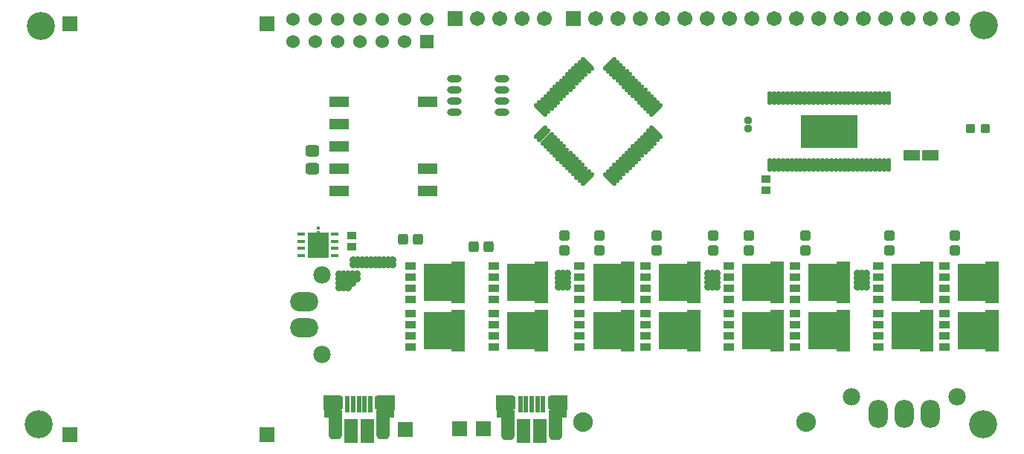
<source format=gts>
G04*
G04 #@! TF.GenerationSoftware,Altium Limited,Altium Designer,20.0.11 (256)*
G04*
G04 Layer_Color=8388736*
%FSLAX25Y25*%
%MOIN*%
G70*
G01*
G75*
%ADD34R,0.03543X0.01181*%
G04:AMPARAMS|DCode=45|XSize=51.31mil|YSize=63.12mil|CornerRadius=14.83mil|HoleSize=0mil|Usage=FLASHONLY|Rotation=90.000|XOffset=0mil|YOffset=0mil|HoleType=Round|Shape=RoundedRectangle|*
%AMROUNDEDRECTD45*
21,1,0.05131,0.03347,0,0,90.0*
21,1,0.02165,0.06312,0,0,90.0*
1,1,0.02965,0.01673,0.01083*
1,1,0.02965,0.01673,-0.01083*
1,1,0.02965,-0.01673,-0.01083*
1,1,0.02965,-0.01673,0.01083*
%
%ADD45ROUNDEDRECTD45*%
%ADD46R,0.09068X0.04737*%
%ADD47O,0.01981X0.06312*%
%ADD48R,0.25800X0.15013*%
%ADD49R,0.02375X0.07690*%
G04:AMPARAMS|DCode=50|XSize=59.18mil|YSize=94.61mil|CornerRadius=16.8mil|HoleSize=0mil|Usage=FLASHONLY|Rotation=0.000|XOffset=0mil|YOffset=0mil|HoleType=Round|Shape=RoundedRectangle|*
%AMROUNDEDRECTD50*
21,1,0.05918,0.06102,0,0,0.0*
21,1,0.02559,0.09461,0,0,0.0*
1,1,0.03359,0.01280,-0.03051*
1,1,0.03359,-0.01280,-0.03051*
1,1,0.03359,-0.01280,0.03051*
1,1,0.03359,0.01280,0.03051*
%
%ADD50ROUNDEDRECTD50*%
%ADD51R,0.06410X0.10642*%
%ADD52R,0.07099X0.06548*%
%ADD53R,0.07985X0.03556*%
%ADD54R,0.09803X0.11811*%
%ADD55O,0.06509X0.03162*%
%ADD56C,0.01784*%
%ADD57R,0.07493X0.04737*%
%ADD58R,0.04147X0.03556*%
%ADD59R,0.09252X0.17126*%
%ADD60R,0.05118X0.03347*%
%ADD61R,0.06496X0.19095*%
G04:AMPARAMS|DCode=62|XSize=47.37mil|YSize=43.43mil|CornerRadius=8.43mil|HoleSize=0mil|Usage=FLASHONLY|Rotation=90.000|XOffset=0mil|YOffset=0mil|HoleType=Round|Shape=RoundedRectangle|*
%AMROUNDEDRECTD62*
21,1,0.04737,0.02657,0,0,90.0*
21,1,0.03051,0.04343,0,0,90.0*
1,1,0.01686,0.01329,0.01526*
1,1,0.01686,0.01329,-0.01526*
1,1,0.01686,-0.01329,-0.01526*
1,1,0.01686,-0.01329,0.01526*
%
%ADD62ROUNDEDRECTD62*%
G04:AMPARAMS|DCode=63|XSize=47.37mil|YSize=43.43mil|CornerRadius=8.43mil|HoleSize=0mil|Usage=FLASHONLY|Rotation=180.000|XOffset=0mil|YOffset=0mil|HoleType=Round|Shape=RoundedRectangle|*
%AMROUNDEDRECTD63*
21,1,0.04737,0.02657,0,0,180.0*
21,1,0.03051,0.04343,0,0,180.0*
1,1,0.01686,-0.01526,0.01329*
1,1,0.01686,0.01526,0.01329*
1,1,0.01686,0.01526,-0.01329*
1,1,0.01686,-0.01526,-0.01329*
%
%ADD63ROUNDEDRECTD63*%
G04:AMPARAMS|DCode=64|XSize=19.81mil|YSize=78.87mil|CornerRadius=0mil|HoleSize=0mil|Usage=FLASHONLY|Rotation=45.000|XOffset=0mil|YOffset=0mil|HoleType=Round|Shape=Round|*
%AMOVALD64*
21,1,0.05906,0.01981,0.00000,0.00000,135.0*
1,1,0.01981,0.02088,-0.02088*
1,1,0.01981,-0.02088,0.02088*
%
%ADD64OVALD64*%

G04:AMPARAMS|DCode=65|XSize=19.81mil|YSize=78.87mil|CornerRadius=0mil|HoleSize=0mil|Usage=FLASHONLY|Rotation=315.000|XOffset=0mil|YOffset=0mil|HoleType=Round|Shape=Round|*
%AMOVALD65*
21,1,0.05906,0.01981,0.00000,0.00000,45.0*
1,1,0.01981,-0.02088,-0.02088*
1,1,0.01981,0.02088,0.02088*
%
%ADD65OVALD65*%

G04:AMPARAMS|DCode=66|XSize=31.62mil|YSize=31.62mil|CornerRadius=6.36mil|HoleSize=0mil|Usage=FLASHONLY|Rotation=180.000|XOffset=0mil|YOffset=0mil|HoleType=Round|Shape=RoundedRectangle|*
%AMROUNDEDRECTD66*
21,1,0.03162,0.01890,0,0,180.0*
21,1,0.01890,0.03162,0,0,180.0*
1,1,0.01272,-0.00945,0.00945*
1,1,0.01272,0.00945,0.00945*
1,1,0.01272,0.00945,-0.00945*
1,1,0.01272,-0.00945,-0.00945*
%
%ADD66ROUNDEDRECTD66*%
G04:AMPARAMS|DCode=67|XSize=39.5mil|YSize=39.5mil|CornerRadius=7.94mil|HoleSize=0mil|Usage=FLASHONLY|Rotation=0.000|XOffset=0mil|YOffset=0mil|HoleType=Round|Shape=RoundedRectangle|*
%AMROUNDEDRECTD67*
21,1,0.03950,0.02362,0,0,0.0*
21,1,0.02362,0.03950,0,0,0.0*
1,1,0.01587,0.01181,-0.01181*
1,1,0.01587,-0.01181,-0.01181*
1,1,0.01587,-0.01181,0.01181*
1,1,0.01587,0.01181,0.01181*
%
%ADD67ROUNDEDRECTD67*%
%ADD68R,0.06800X0.06800*%
%ADD69R,0.06000X0.06000*%
%ADD70C,0.06000*%
%ADD71C,0.07800*%
%ADD72O,0.12611X0.08674*%
G04:AMPARAMS|DCode=73|XSize=49.34mil|YSize=65.48mil|CornerRadius=14.34mil|HoleSize=0mil|Usage=FLASHONLY|Rotation=0.000|XOffset=0mil|YOffset=0mil|HoleType=Round|Shape=RoundedRectangle|*
%AMROUNDEDRECTD73*
21,1,0.04934,0.03681,0,0,0.0*
21,1,0.02067,0.06548,0,0,0.0*
1,1,0.02867,0.01034,-0.01841*
1,1,0.02867,-0.01034,-0.01841*
1,1,0.02867,-0.01034,0.01841*
1,1,0.02867,0.01034,0.01841*
%
%ADD73ROUNDEDRECTD73*%
%ADD74C,0.08800*%
%ADD75O,0.08674X0.12611*%
%ADD76C,0.12611*%
%ADD77C,0.06706*%
%ADD78R,0.06706X0.06706*%
%ADD79C,0.03556*%
%ADD80C,0.03950*%
D34*
X141372Y84938D02*
D03*
Y88087D02*
D03*
Y91237D02*
D03*
Y94387D02*
D03*
X126450Y84938D02*
D03*
Y88087D02*
D03*
Y91237D02*
D03*
Y94387D02*
D03*
D45*
X131500Y123963D02*
D03*
Y131837D02*
D03*
D46*
X143418Y153900D02*
D03*
Y143900D02*
D03*
Y133900D02*
D03*
Y123900D02*
D03*
Y113900D02*
D03*
X183182D02*
D03*
Y123900D02*
D03*
Y153900D02*
D03*
D47*
X389568Y155593D02*
D03*
X387599D02*
D03*
X385631D02*
D03*
X383662D02*
D03*
X381694D02*
D03*
X379725D02*
D03*
X377757D02*
D03*
X375788D02*
D03*
X373820D02*
D03*
X371851D02*
D03*
X369883D02*
D03*
X367914D02*
D03*
X365946D02*
D03*
X363977D02*
D03*
X362009D02*
D03*
X360040D02*
D03*
X358072D02*
D03*
X356103D02*
D03*
X354135D02*
D03*
X352166D02*
D03*
X350198D02*
D03*
X348229D02*
D03*
X346261D02*
D03*
X344292D02*
D03*
X342323D02*
D03*
X340355D02*
D03*
X338387D02*
D03*
X336418D02*
D03*
X389568Y125672D02*
D03*
X387599D02*
D03*
X385631D02*
D03*
X383662D02*
D03*
X381694D02*
D03*
X379725D02*
D03*
X377757D02*
D03*
X375788D02*
D03*
X373820D02*
D03*
X371851D02*
D03*
X369883D02*
D03*
X367914D02*
D03*
X365946D02*
D03*
X363977D02*
D03*
X362009D02*
D03*
X360040D02*
D03*
X358072D02*
D03*
X356103D02*
D03*
X354135D02*
D03*
X352166D02*
D03*
X350198D02*
D03*
X348229D02*
D03*
X346261D02*
D03*
X344292D02*
D03*
X342323D02*
D03*
X340355D02*
D03*
X338387D02*
D03*
X336418D02*
D03*
D48*
X362993Y140632D02*
D03*
D49*
X234818Y18122D02*
D03*
X227141D02*
D03*
X232259D02*
D03*
X229700D02*
D03*
X224582D02*
D03*
X157418Y18222D02*
D03*
X149741D02*
D03*
X154859D02*
D03*
X152300D02*
D03*
X147182D02*
D03*
D50*
X240428Y10445D02*
D03*
X218972D02*
D03*
X163028Y10545D02*
D03*
X141572D02*
D03*
X218972Y7000D02*
D03*
X240428D02*
D03*
X141572Y7100D02*
D03*
X163028D02*
D03*
D51*
X233440Y6016D02*
D03*
X225960D02*
D03*
X156040Y6116D02*
D03*
X148560D02*
D03*
D52*
X217102Y18909D02*
D03*
X242298D02*
D03*
X139702Y19009D02*
D03*
X164898D02*
D03*
D53*
X217940Y13693D02*
D03*
X241462D02*
D03*
X140540Y13793D02*
D03*
X164062D02*
D03*
D54*
X133911Y89662D02*
D03*
D55*
X216528Y149147D02*
D03*
Y154147D02*
D03*
Y159147D02*
D03*
Y164147D02*
D03*
X195072Y149147D02*
D03*
Y154147D02*
D03*
Y159147D02*
D03*
Y164147D02*
D03*
D56*
X133911Y97142D02*
D03*
Y95174D02*
D03*
D57*
X408465Y130002D02*
D03*
X400198D02*
D03*
D58*
X334600Y119159D02*
D03*
Y114041D02*
D03*
X148900Y88841D02*
D03*
Y93959D02*
D03*
D59*
X430617Y51181D02*
D03*
X425302D02*
D03*
X363687Y51181D02*
D03*
X358372D02*
D03*
X296758D02*
D03*
X291443D02*
D03*
X228648Y51181D02*
D03*
X223333D02*
D03*
X430617Y72834D02*
D03*
X425302D02*
D03*
X363687Y72835D02*
D03*
X358372D02*
D03*
X296758D02*
D03*
X291443D02*
D03*
X401089Y72834D02*
D03*
X395774D02*
D03*
X401089Y51181D02*
D03*
X395774D02*
D03*
X334160Y72835D02*
D03*
X328845D02*
D03*
X334160Y51181D02*
D03*
X328845D02*
D03*
X267231Y72835D02*
D03*
X261916D02*
D03*
X267231Y51181D02*
D03*
X261916D02*
D03*
X228648Y72834D02*
D03*
X223333D02*
D03*
X191246Y51181D02*
D03*
X185931D02*
D03*
X191246Y72834D02*
D03*
X185931D02*
D03*
D60*
X414573Y58681D02*
D03*
Y53681D02*
D03*
Y48681D02*
D03*
Y43681D02*
D03*
X347644Y58681D02*
D03*
Y53681D02*
D03*
Y48681D02*
D03*
Y43681D02*
D03*
X280715Y58681D02*
D03*
Y53681D02*
D03*
Y48681D02*
D03*
Y43681D02*
D03*
X212605Y58681D02*
D03*
Y53681D02*
D03*
Y48681D02*
D03*
Y43681D02*
D03*
X414573Y80335D02*
D03*
Y75335D02*
D03*
Y70335D02*
D03*
Y65334D02*
D03*
X347644Y80335D02*
D03*
Y75335D02*
D03*
Y70335D02*
D03*
Y65335D02*
D03*
X280715Y80335D02*
D03*
Y75335D02*
D03*
Y70335D02*
D03*
Y65335D02*
D03*
X385046Y80335D02*
D03*
Y75335D02*
D03*
Y70335D02*
D03*
Y65334D02*
D03*
Y58681D02*
D03*
Y53681D02*
D03*
Y48681D02*
D03*
Y43681D02*
D03*
X318116Y80335D02*
D03*
Y75335D02*
D03*
Y70335D02*
D03*
Y65335D02*
D03*
Y58681D02*
D03*
Y53681D02*
D03*
Y48681D02*
D03*
Y43681D02*
D03*
X251187Y80335D02*
D03*
Y75335D02*
D03*
Y70335D02*
D03*
Y65335D02*
D03*
Y58681D02*
D03*
Y53681D02*
D03*
Y48681D02*
D03*
Y43681D02*
D03*
X212605Y80334D02*
D03*
Y75334D02*
D03*
Y70334D02*
D03*
Y65334D02*
D03*
X175203Y58681D02*
D03*
Y53681D02*
D03*
Y48681D02*
D03*
Y43681D02*
D03*
Y80334D02*
D03*
Y75334D02*
D03*
Y70334D02*
D03*
Y65334D02*
D03*
D61*
X436128Y51181D02*
D03*
X369199Y51181D02*
D03*
X302270D02*
D03*
X234160Y51181D02*
D03*
X436128Y72834D02*
D03*
X369199Y72835D02*
D03*
X302270D02*
D03*
X406601Y72834D02*
D03*
Y51181D02*
D03*
X339672Y72835D02*
D03*
Y51181D02*
D03*
X272743Y72835D02*
D03*
Y51181D02*
D03*
X234160Y72834D02*
D03*
X196758Y51181D02*
D03*
Y72834D02*
D03*
D62*
X171955Y92126D02*
D03*
X178648D02*
D03*
X203554Y88900D02*
D03*
X210246D02*
D03*
D63*
X244199Y93898D02*
D03*
Y87205D02*
D03*
X259947Y87204D02*
D03*
Y93897D02*
D03*
X389868Y87204D02*
D03*
Y93897D02*
D03*
X352467Y87204D02*
D03*
Y93897D02*
D03*
X419396Y87204D02*
D03*
Y93897D02*
D03*
X326876Y87204D02*
D03*
Y93897D02*
D03*
X285538Y87204D02*
D03*
Y93897D02*
D03*
X311128Y93898D02*
D03*
Y87205D02*
D03*
D64*
X277177Y131718D02*
D03*
X274393Y128934D02*
D03*
X264650Y119190D02*
D03*
X267433Y121974D02*
D03*
X285529Y140069D02*
D03*
X282745Y137285D02*
D03*
X284137Y138677D02*
D03*
X242100Y158443D02*
D03*
X240708Y157051D02*
D03*
X246276Y162619D02*
D03*
X235140Y151483D02*
D03*
X233748Y150091D02*
D03*
X239316Y155659D02*
D03*
X236532Y152875D02*
D03*
X237924Y154267D02*
D03*
X251844Y168186D02*
D03*
X254628Y170970D02*
D03*
X253236Y169579D02*
D03*
X250452Y166795D02*
D03*
X247668Y164011D02*
D03*
X249060Y165403D02*
D03*
X275785Y130326D02*
D03*
X266042Y120582D02*
D03*
X278569Y133110D02*
D03*
X268825Y123366D02*
D03*
X273001Y127542D02*
D03*
X271609Y126150D02*
D03*
X270217Y124758D02*
D03*
X281353Y135893D02*
D03*
X279961Y134502D02*
D03*
X243492Y159835D02*
D03*
X244884Y161227D02*
D03*
D65*
X254628Y119190D02*
D03*
X253236Y120582D02*
D03*
X251844Y121974D02*
D03*
X250452Y123366D02*
D03*
X249060Y124758D02*
D03*
X247668Y126150D02*
D03*
X246276Y127542D02*
D03*
X244884Y128934D02*
D03*
X243492Y130325D02*
D03*
X242100Y131718D02*
D03*
X240708Y133109D02*
D03*
X239316Y134502D02*
D03*
X237924Y135893D02*
D03*
X236532Y137285D02*
D03*
X235140Y138677D02*
D03*
X233748Y140069D02*
D03*
X285529Y150091D02*
D03*
X275785Y159835D02*
D03*
X274393Y161227D02*
D03*
X273001Y162619D02*
D03*
X271609Y164011D02*
D03*
X270217Y165403D02*
D03*
X268825Y166795D02*
D03*
X267433Y168186D02*
D03*
X266042Y169578D02*
D03*
X264650Y170970D02*
D03*
X284137Y151483D02*
D03*
X279961Y155659D02*
D03*
X278569Y157051D02*
D03*
X277177Y158443D02*
D03*
X281353Y154267D02*
D03*
X282745Y152875D02*
D03*
D66*
X326600Y141731D02*
D03*
Y145668D02*
D03*
D67*
X426453Y141900D02*
D03*
X433146D02*
D03*
D68*
X197500Y7200D02*
D03*
X208100Y7100D02*
D03*
X173100Y6800D02*
D03*
X110900Y188900D02*
D03*
X22600Y188900D02*
D03*
X110900Y4500D02*
D03*
X22600D02*
D03*
D69*
X182800Y180900D02*
D03*
D70*
Y190900D02*
D03*
X172800Y180900D02*
D03*
Y190900D02*
D03*
X162800Y180900D02*
D03*
Y190900D02*
D03*
X152800Y180900D02*
D03*
Y190900D02*
D03*
X142800Y180900D02*
D03*
Y190900D02*
D03*
X132800Y180900D02*
D03*
Y190900D02*
D03*
X122800Y180900D02*
D03*
Y190900D02*
D03*
D71*
X135674Y76022D02*
D03*
Y40589D02*
D03*
X373089Y21674D02*
D03*
X420333D02*
D03*
D72*
X127800Y52400D02*
D03*
Y64211D02*
D03*
D73*
X220153Y18909D02*
D03*
X239247D02*
D03*
X142753Y19009D02*
D03*
X161847D02*
D03*
D74*
X352800Y10300D02*
D03*
X252800D02*
D03*
D75*
X384900Y13800D02*
D03*
X396711D02*
D03*
X408522D02*
D03*
D76*
X431900Y9100D02*
D03*
X9700Y187800D02*
D03*
X8600Y9200D02*
D03*
X432200Y188100D02*
D03*
D77*
X418500Y191300D02*
D03*
X408500D02*
D03*
X398500D02*
D03*
X388500D02*
D03*
X378500D02*
D03*
X368500D02*
D03*
X358500D02*
D03*
X348500D02*
D03*
X338500D02*
D03*
X328500D02*
D03*
X318500D02*
D03*
X308500D02*
D03*
X298500D02*
D03*
X288500D02*
D03*
X278500D02*
D03*
X268500D02*
D03*
X258500D02*
D03*
X235400Y191200D02*
D03*
X225400D02*
D03*
X215400D02*
D03*
X205400D02*
D03*
D78*
X248500Y191300D02*
D03*
X195400Y191200D02*
D03*
D79*
X373820Y144963D02*
D03*
Y140632D02*
D03*
Y136301D02*
D03*
X369489Y144963D02*
D03*
Y140632D02*
D03*
Y136301D02*
D03*
X365158Y144963D02*
D03*
Y140632D02*
D03*
Y136301D02*
D03*
X360827Y144963D02*
D03*
Y140632D02*
D03*
Y136301D02*
D03*
X356497Y144963D02*
D03*
Y140632D02*
D03*
Y136301D02*
D03*
X352166Y144963D02*
D03*
Y140632D02*
D03*
Y136301D02*
D03*
X131942Y85725D02*
D03*
X135880D02*
D03*
Y89662D02*
D03*
X131942D02*
D03*
Y93599D02*
D03*
X135880D02*
D03*
X149711Y80709D02*
D03*
X159554D02*
D03*
Y82677D02*
D03*
X149711D02*
D03*
X157585D02*
D03*
Y80709D02*
D03*
X167428Y82677D02*
D03*
Y80709D02*
D03*
X165459D02*
D03*
Y82677D02*
D03*
X155616Y80709D02*
D03*
Y82677D02*
D03*
X153648D02*
D03*
Y80709D02*
D03*
X163490Y82677D02*
D03*
Y80709D02*
D03*
X161522D02*
D03*
Y82677D02*
D03*
X151680Y80709D02*
D03*
Y82677D02*
D03*
X243806Y74803D02*
D03*
X241837Y76771D02*
D03*
X145380Y76378D02*
D03*
Y74409D02*
D03*
Y72441D02*
D03*
Y70472D02*
D03*
X147349D02*
D03*
Y72441D02*
D03*
Y74409D02*
D03*
Y76378D02*
D03*
X149317D02*
D03*
Y74409D02*
D03*
Y72441D02*
D03*
X151286Y74409D02*
D03*
Y76378D02*
D03*
X143412D02*
D03*
Y74409D02*
D03*
Y72441D02*
D03*
Y70472D02*
D03*
X241837Y70866D02*
D03*
Y72834D02*
D03*
Y74803D02*
D03*
X245774Y76771D02*
D03*
Y74803D02*
D03*
Y72834D02*
D03*
Y70866D02*
D03*
X243806D02*
D03*
Y72834D02*
D03*
Y76771D02*
D03*
X308766Y70866D02*
D03*
Y72834D02*
D03*
Y74803D02*
D03*
Y76771D02*
D03*
X312703D02*
D03*
Y74803D02*
D03*
Y72834D02*
D03*
Y70866D02*
D03*
X310735D02*
D03*
Y72834D02*
D03*
Y74803D02*
D03*
Y76771D02*
D03*
X375695Y70866D02*
D03*
Y72834D02*
D03*
Y74803D02*
D03*
Y76771D02*
D03*
X379632D02*
D03*
Y74803D02*
D03*
Y72834D02*
D03*
Y70866D02*
D03*
X377664D02*
D03*
Y72834D02*
D03*
Y74803D02*
D03*
Y76771D02*
D03*
D80*
X426089Y56693D02*
D03*
X429632D02*
D03*
X433176D02*
D03*
X425695Y45669D02*
D03*
X429239D02*
D03*
X432782D02*
D03*
X428156Y48917D02*
D03*
X437113Y46260D02*
D03*
Y51181D02*
D03*
Y56102D02*
D03*
X434652Y53445D02*
D03*
X434750Y48917D02*
D03*
X424809Y53445D02*
D03*
X424908Y48917D02*
D03*
X428057Y53445D02*
D03*
X431502Y48917D02*
D03*
X431404Y53445D02*
D03*
X359160Y56693D02*
D03*
X362703D02*
D03*
X366246D02*
D03*
X358766Y45669D02*
D03*
X362309D02*
D03*
X365853D02*
D03*
X361227Y48917D02*
D03*
X370183Y46260D02*
D03*
Y51181D02*
D03*
Y56102D02*
D03*
X367723Y53445D02*
D03*
X367821Y48917D02*
D03*
X357880Y53445D02*
D03*
X357979Y48917D02*
D03*
X361128Y53445D02*
D03*
X364573Y48917D02*
D03*
X364475Y53445D02*
D03*
X292231Y56693D02*
D03*
X295774D02*
D03*
X299317D02*
D03*
X291837Y45669D02*
D03*
X295380D02*
D03*
X298924D02*
D03*
X294298Y48917D02*
D03*
X303254Y46260D02*
D03*
Y51181D02*
D03*
Y56102D02*
D03*
X300794Y53445D02*
D03*
X300892Y48917D02*
D03*
X290951Y53445D02*
D03*
X291050Y48917D02*
D03*
X294199Y53445D02*
D03*
X297644Y48917D02*
D03*
X297546Y53445D02*
D03*
X224120Y56693D02*
D03*
X227664D02*
D03*
X231207D02*
D03*
X223727Y45669D02*
D03*
X227270D02*
D03*
X230813D02*
D03*
X226187Y48917D02*
D03*
X235144Y46260D02*
D03*
Y51181D02*
D03*
Y56102D02*
D03*
X232683Y53445D02*
D03*
X232782Y48917D02*
D03*
X222841Y53445D02*
D03*
X222939Y48917D02*
D03*
X226089Y53445D02*
D03*
X229534Y48917D02*
D03*
X229435Y53445D02*
D03*
M02*

</source>
